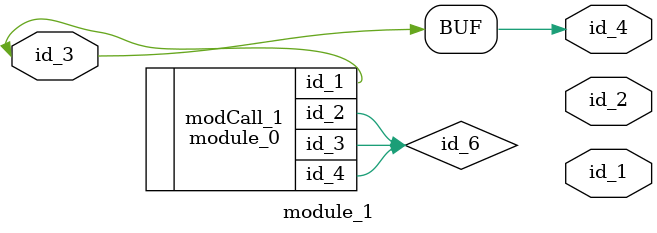
<source format=v>
module module_0 (
    id_1,
    id_2,
    id_3,
    id_4
);
  inout wire id_4;
  inout wire id_3;
  inout wire id_2;
  output wire id_1;
  assign {""} = -1'd0 + 1;
  assign id_2 = 1;
  assign id_2 = id_2;
endmodule
module module_1 (
    id_1,
    id_2,
    id_3,
    id_4
);
  output wire id_4;
  input wire id_3;
  output wire id_2;
  output wire id_1;
  wire id_5, id_6;
  module_0 modCall_1 (
      id_4,
      id_6,
      id_6,
      id_6
  );
  assign id_4 = id_3;
endmodule

</source>
